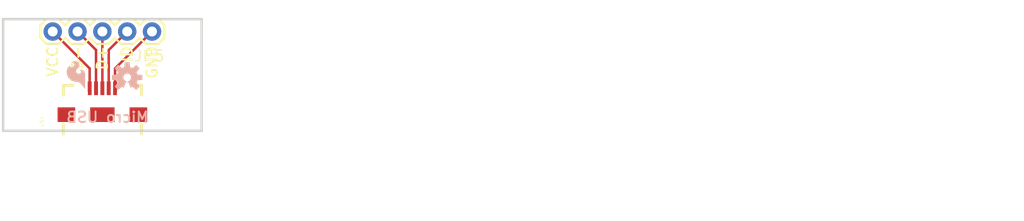
<source format=kicad_pcb>
(kicad_pcb (version 20211014) (generator pcbnew)
  (layers (0 "F.Cu" signal) (31 "B.Cu" signal) (34 "B.Paste" user) (35 "F.Paste" user) (36 "B.SilkS" user "B.Silkscreen") (37 "F.SilkS" user "F.Silkscreen") (38 "B.Mask" user) (39 "F.Mask" user) (44 "Edge.Cuts" user))
  (net 0 "")
  (net 1 "GND")
  (net 2 "D+")
  (net 3 "D-")
  (net 4 "VBUS")
  (net 5 "ID")
  (footprint "boardEagle:USB-AB-MICRO-SMD_V03" (layer "F.Cu") (at 148.5011 109.0676 90)
    (fp_text reference "U$4" (at -1.27 -5.969 90) (layer "F.SilkS") (effects (font (size 0.373888 0.373888) (thickness 0.032512)) (justify left bottom)))
    (fp_text value "MICRO_AB_USB")
    (fp_poly (pts (xy -0.75 1.25) (xy 0.75 1.25) (xy 0.75 -1.25) (xy -0.75 -1.25)) (layer "F.Cu") (width 0) (fill solid))
    (fp_poly (pts (xy -0.75 -2.784) (xy 0.75 -2.784) (xy 0.75 -4.584) (xy -0.75 -4.584)) (layer "F.Cu") (width 0) (fill solid))
    (fp_poly (pts (xy -0.75 4.584) (xy 0.75 4.584) (xy 0.75 2.784) (xy -0.75 2.784)) (layer "F.Cu") (width 0) (fill solid))
    (fp_line (start 2 4) (end 3 4) (layer "F.SilkS") (width 0.3048))
    (fp_line (start -1 -4) (end -2 -4) (layer "F.SilkS") (width 0.3048))
    (fp_line (start 3 -4) (end 3 -3) (layer "F.SilkS") (width 0.3048))
    (fp_line (start 3 4) (end 3 3) (layer "F.SilkS") (width 0.3048))
    (fp_line (start 2 -3.992881) (end 2 -4) (layer "F.SilkS") (width 0.3048))
    (fp_line (start -1 4) (end -2 4) (layer "F.SilkS") (width 0.3048))
    (fp_line (start 2.981959 -3.992881) (end 2 -3.992881) (layer "F.SilkS") (width 0.3048))
    (pad "" np_thru_hole circle (at 2.2 1.9 90) (size 0.85 0.85) (drill 0.85) (layers *.Cu *.Mask))
    (pad "" np_thru_hole circle (at 2.2 -1.9 90) (size 0.85 0.85) (drill 0.85) (layers *.Cu *.Mask))
    (pad "D+1" smd rect (at 2.7 0 180) (size 0.4 1.4) (layers "F.Cu" "F.Paste" "F.Mask") (net 2 "D+"))
    (pad "D-1" smd rect (at 2.7 -0.65 180) (size 0.4 1.4) (layers "F.Cu" "F.Paste" "F.Mask") (net 3 "D-"))
    (pad "GND1" smd rect (at 2.7 1.3 180) (size 0.4 1.4) (layers "F.Cu" "F.Paste" "F.Mask") (net 1 "GND"))
    (pad "ID1" smd rect (at 2.7 0.65 180) (size 0.4 1.4) (layers "F.Cu" "F.Paste" "F.Mask") (net 5 "ID"))
    (pad "VBUS1" smd rect (at 2.7 -1.3 180) (size 0.4 1.4) (layers "F.Cu" "F.Paste" "F.Mask") (net 4 "VBUS"))
  )
  (footprint "boardEagle:1X05" (layer "F.Cu") (at 153.5811 100.5586 180)
    (fp_text reference "JP5" (at -1.3462 -1.8288 180) (layer "F.SilkS") (effects (font (size 1.143 1.143) (thickness 0.127)) (justify right top)))
    (fp_text value "")
    (fp_line (start 4.445 -1.27) (end 5.715 -1.27) (layer "F.SilkS") (width 0.2032))
    (fp_line (start 8.89 0.635) (end 8.255 1.27) (layer "F.SilkS") (width 0.2032))
    (fp_line (start 5.715 -1.27) (end 6.35 -0.635) (layer "F.SilkS") (width 0.2032))
    (fp_line (start -0.635 -1.27) (end -1.27 -0.635) (layer "F.SilkS") (width 0.2032))
    (fp_line (start 0.635 1.27) (end -0.635 1.27) (layer "F.SilkS") (width 0.2032))
    (fp_line (start 3.81 -0.635) (end 4.445 -1.27) (layer "F.SilkS") (width 0.2032))
    (fp_line (start 3.81 0.635) (end 3.175 1.27) (layer "F.SilkS") (width 0.2032))
    (fp_line (start 4.445 1.27) (end 3.81 0.635) (layer "F.SilkS") (width 0.2032))
    (fp_line (start 6.985 -1.27) (end 8.255 -1.27) (layer "F.SilkS") (width 0.2032))
    (fp_line (start 3.175 1.27) (end 1.905 1.27) (layer "F.SilkS") (width 0.2032))
    (fp_line (start 1.905 -1.27) (end 3.175 -1.27) (layer "F.SilkS") (width 0.2032))
    (fp_line (start 6.985 -1.27) (end 6.35 -0.635) (layer "F.SilkS") (width 0.2032))
    (fp_line (start 8.89 -0.635) (end 9.525 -1.27) (layer "F.SilkS") (width 0.2032))
    (fp_line (start 10.795 1.27) (end 9.525 1.27) (layer "F.SilkS") (width 0.2032))
    (fp_line (start 10.795 -1.27) (end 11.43 -0.635) (layer "F.SilkS") (width 0.2032))
    (fp_line (start 1.905 1.27) (end 1.27 0.635) (layer "F.SilkS") (width 0.2032))
    (fp_line (start 8.255 -1.27) (end 8.89 -0.635) (layer "F.SilkS") (width 0.2032))
    (fp_line (start 11.43 0.635) (end 10.795 1.27) (layer "F.SilkS") (width 0.2032))
    (fp_line (start -1.27 -0.635) (end -1.27 0.635) (layer "F.SilkS") (width 0.2032))
    (fp_line (start 8.255 1.27) (end 6.985 1.27) (layer "F.SilkS") (width 0.2032))
    (fp_line (start 5.715 1.27) (end 4.445 1.27) (layer "F.SilkS") (width 0.2032))
    (fp_line (start -0.635 -1.27) (end 0.635 -1.27) (layer "F.SilkS") (width 0.2032))
    (fp_line (start 3.175 -1.27) (end 3.81 -0.635) (layer "F.SilkS") (width 0.2032))
    (fp_line (start -1.27 0.635) (end -0.635 1.27) (layer "F.SilkS") (width 0.2032))
    (fp_line (start 6.35 0.635) (end 5.715 1.27) (layer "F.SilkS") (width 0.2032))
    (fp_line (start 0.635 -1.27) (end 1.27 -0.635) (layer "F.SilkS") (width 0.2032))
    (fp_line (start 1.27 0.635) (end 0.635 1.27) (layer "F.SilkS") (width 0.2032))
    (fp_line (start 9.525 1.27) (end 8.89 0.635) (layer "F.SilkS") (width 0.2032))
    (fp_line (start 1.27 -0.635) (end 1.905 -1.27) (layer "F.SilkS") (width 0.2032))
    (fp_line (start 9.525 -1.27) (end 10.795 -1.27) (layer "F.SilkS") (width 0.2032))
    (fp_line (start 11.43 -0.635) (end 11.43 0.635) (layer "F.SilkS") (width 0.2032))
    (fp_line (start 6.35 0.635) (end 6.985 1.27) (layer "F.SilkS") (width 0.2032))
    (pad "1" thru_hole circle (at 0 0 270) (size 1.8796 1.8796) (drill 1.016) (layers *.Cu *.Mask) (net 1 "GND"))
    (pad "2" thru_hole circle (at 2.54 0 270) (size 1.8796 1.8796) (drill 1.016) (layers *.Cu *.Mask) (net 5 "ID"))
    (pad "3" thru_hole circle (at 5.08 0 270) (size 1.8796 1.8796) (drill 1.016) (layers *.Cu *.Mask) (net 2 "D+"))
    (pad "4" thru_hole circle (at 7.62 0 270) (size 1.8796 1.8796) (drill 1.016) (layers *.Cu *.Mask) (net 3 "D-"))
    (pad "5" thru_hole circle (at 10.16 0 270) (size 1.8796 1.8796) (drill 1.016) (layers *.Cu *.Mask) (net 4 "VBUS"))
  )
  (footprint "boardEagle:STAND-OFF" (layer "F.Cu") (at 140.8811 108.1786)
    (fp_text reference "JP4" hide)
    (fp_text value "STAND-OFF" hide)
    (pad "" np_thru_hole circle (at 0 0) (size 3.302 3.302) (drill 3.302) (layers *.Cu *.Mask))
  )
  (footprint "boardEagle:STAND-OFF" (layer "F.Cu") (at 156.1211 108.1786)
    (fp_text reference "JP3" hide)
    (fp_text value "STAND-OFF" hide)
    (pad "" np_thru_hole circle (at 0 0) (size 3.302 3.302) (drill 3.302) (layers *.Cu *.Mask))
  )
  (footprint "boardEagle:CREATIVE_COMMONS" (layer "F.Cu") (at 159.9311 119.6086)
    (fp_text reference "U$2" hide)
    (fp_text value "CREATIVE_COMMONS" hide)
  )
  (footprint "boardEagle:OSHW-LOGO-S" (layer "B.Cu") (at 151.0411 105.2576 180)
    (fp_text reference "U$3" hide)
    (fp_text value "OSHW-LOGOS" hide)
    (fp_poly (pts (xy 0.301647 1.061351) (xy 0.42347 1.022344) (xy 0.537177 0.963769) (xy 0.92862 1.282946) (xy 1.282946 0.92862) (xy 0.961035 0.533823) (xy 1.057046 0.302084) (xy 1.5638 0.250561) (xy 1.5638 -0.250561) (xy 1.057046 -0.302084) (xy 0.961035 -0.533823) (xy 1.282946 -0.92862) (xy 0.92862 -1.282946) (xy 0.537177 -0.96377) (xy 0.356601 -1.056794) (xy 0.088679 -0.410073) (xy 0.326262 -0.2176) (xy 0.373649 -0.121468) (xy 0.392729 -0.010339) (xy 0.379464 0.101634) (xy 0.334947 0.205229) (xy 0.262842 0.291918) (xy 0.169087 0.354561) (xy 0.061406 0.387999) (xy -0.051342 0.38948) (xy -0.159868 0.358881) (xy -0.255234 0.298724) (xy -0.329589 0.213962) (xy -0.376813 0.111569) (xy -0.392176 0.005767) (xy -0.322923 -0.222565) (xy -0.249312 -0.303773) (xy 0.091677 -0.5081) (xy -0.12929 -0.5081) (xy -0.355332 -1.053732) (xy -0.506597 -0.983577) (xy -0.538922 -0.965192) (xy -0.92862 -1.282946) (xy -1.282946 -0.92862) (xy -0.961035 -0.533823) (xy -1.057046 -0.302084) (xy -1.5638 -0.250561) (xy -1.5638 0.250561) (xy -1.057046 0.302084) (xy -0.961035 0.533823) (xy -1.282946 0.92862) (xy -0.92862 1.282946) (xy -0.533823 0.961035) (xy -0.302084 1.057046) (xy -0.250561 1.5638) (xy 0.250561 1.5638)) (layer "B.SilkS") (width 0) (fill solid))
  )
  (footprint "boardEagle:SFE-LOGO-FLAME" (layer "B.Cu") (at 146.7231 106.4006 180)
    (fp_text reference "JP2" hide)
    (fp_text value "LOGO-SFESK" hide)
    (fp_poly (pts (xy 1.126002 2.808203) (xy 1.215449 2.785829) (xy 1.228477 2.780783) (xy 1.240149 2.774875) (xy 1.25686 2.766576) (xy 1.275552 2.759834) (xy 1.371694 2.7026) (xy 1.3793 2.7026) (xy 1.3793 2.6772) (xy 1.306833 2.6772) (xy 1.208418 2.657914) (xy 1.074855 2.495286) (xy 1.079365 2.436825) (xy 1.12809 2.341869) (xy 1.204666 2.265196) (xy 1.294069 2.200638) (xy 1.369348 2.168824) (xy 1.450737 2.171632) (xy 1.458864 2.174186) (xy 1.466257 2.177389) (xy 1.530514 2.236956) (xy 1.5368 2.259812) (xy 1.5368 2.377938) (xy 1.763707 2.148127) (xy 1.868186 1.856841) (xy 1.871603 1.856894) (xy 1.87806 1.650435) (xy 1.848857 1.45742) (xy 1.785308 1.272842) (xy 1.6663 1.061578) (xy 1.6663 1.080581) (xy 1.378131 0.80901) (xy 0.982239 0.6985) (xy 0.753005 0.6985) (xy 0.716201 0.692046) (xy 0.681776 0.679592) (xy 0.496322 0.541784) (xy -0.0126 -0.03091) (xy -0.0126 1.52077) (xy 0.060004 1.761967) (xy 0.168295 1.865489) (xy 0.307122 1.917522) (xy 0.4039 1.925089) (xy 0.499384 1.917623) (xy 0.55991 1.908099) (xy 0.557788 1.884433) (xy 0.522216 1.885242) (xy 0.501784 1.876141) (xy 0.420519 1.817154) (xy 0.400722 1.79067) (xy 0.390395 1.7285) (xy 0.400905 1.665229) (xy 0.421405 1.625174) (xy 0.452343 1.592685) (xy 0.546535 1.54355) (xy 0.652229 1.531742) (xy 0.742768 1.550084) (xy 0.82422 1.589656) (xy 0.92203 1.754659) (xy 0.907706 1.848844) (xy 0.850914 1.930401) (xy 0.584707 2.263237) (xy 0.561667 2.510855) (xy 0.627495 2.621556) (xy 0.629042 2.623103) (xy 0.778901 2.74712) (xy 1.032676 2.817064)) (layer "B.SilkS") (width 0) (fill solid))
  )
  (gr_line (start 138.3411 99.2886) (end 158.6611 99.2886) (layer "Edge.Cuts") (width 0.254))
  (gr_line (start 158.6611 99.2886) (end 158.6611 110.7186) (layer "Edge.Cuts") (width 0.254))
  (gr_line (start 138.3411 110.7186) (end 138.3411 99.2886) (layer "Edge.Cuts") (width 0.254))
  (gr_line (start 158.6611 110.7186) (end 138.3411 110.7186) (layer "Edge.Cuts") (width 0.254))
  (gr_text "Micro USB" (at 153.3271 109.9566) (layer "B.SilkS") (effects (font (size 1.0795 1.0795) (thickness 0.1905)) (justify left bottom mirror)))
  (gr_text "D-" (at 145.3261 101.9556 90) (layer "F.SilkS") (effects (font (size 1.0795 1.0795) (thickness 0.1905)) (justify right top)))
  (gr_text "VCC" (at 142.7861 101.9556 90) (layer "F.SilkS") (effects (font (size 1.0795 1.0795) (thickness 0.1905)) (justify right top)))
  (gr_text "GND" (at 152.9461 101.9556 90) (layer "F.SilkS") (effects (font (size 1.0795 1.0795) (thickness 0.1905)) (justify right top)))
  (gr_text "ID" (at 150.4061 101.9556 90) (layer "F.SilkS") (effects (font (size 1.0795 1.0795) (thickness 0.1905)) (justify right top)))
  (gr_text "D+" (at 147.8661 101.9556 90) (layer "F.SilkS") (effects (font (size 1.0795 1.0795) (thickness 0.1905)) (justify right top)))
  (segment (start 149.8011 104.3386) (end 149.8011 106.3676) (width 0.254) (layer "F.Cu") (net 1))
  (segment (start 149.8011 104.3386) (end 153.5811 100.5586) (width 0.254) (layer "F.Cu") (net 1))
  (segment (start 148.5011 100.5586) (end 148.5011 106.3676) (width 0.254) (layer "F.Cu") (net 2))
  (segment (start 147.8511 102.4486) (end 145.9611 100.5586) (width 0.254) (layer "F.Cu") (net 3))
  (segment (start 147.8511 102.4486) (end 147.8511 106.3676) (width 0.254) (layer "F.Cu") (net 3))
  (segment (start 147.2011 104.3386) (end 143.4211 100.5586) (width 0.254) (layer "F.Cu") (net 4))
  (segment (start 147.2011 104.3386) (end 147.2011 106.3676) (width 0.254) (layer "F.Cu") (net 4))
  (segment (start 149.1511 102.4486) (end 151.0411 100.5586) (width 0.254) (layer "F.Cu") (net 5))
  (segment (start 149.1511 102.4486) (end 149.1511 106.3676) (width 0.254) (layer "F.Cu") (net 5))
)
</source>
